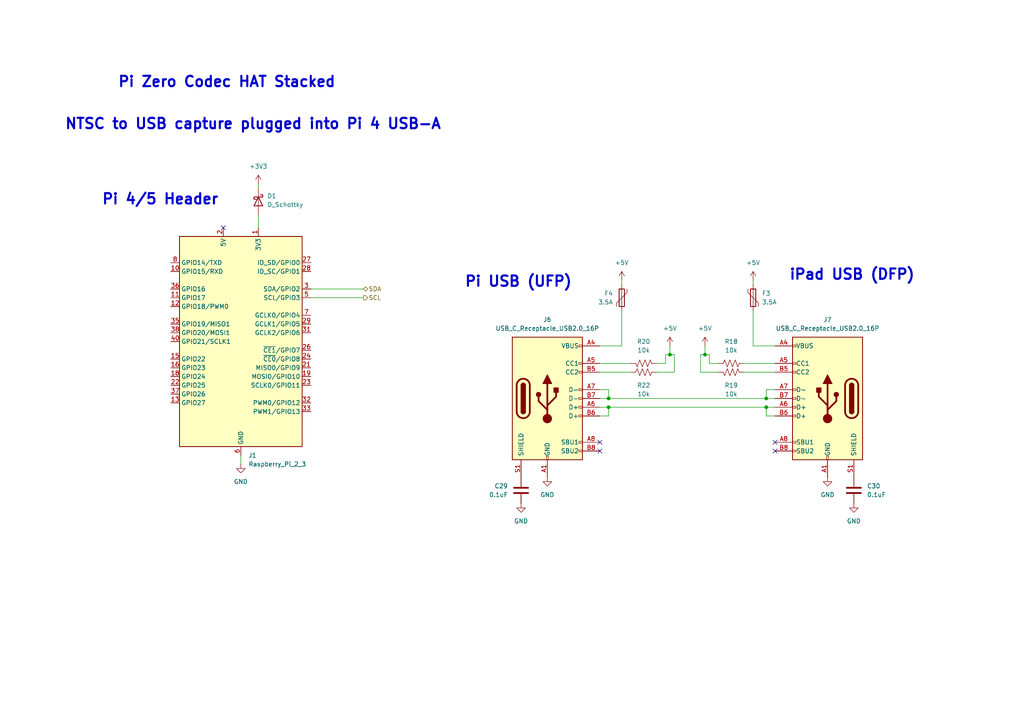
<source format=kicad_sch>
(kicad_sch (version 20231120) (generator "eeschema") (generator_version "8.0")
  (paper "A4")
  (lib_symbols
    (symbol "Connector:Raspberry_Pi_2_3"
      (property "Reference" "J" (at -17.78 31.75 0))
      (property "Value" "Raspberry_Pi_2_3" (at 10.16 -31.75 0))
      (symbol "Raspberry_Pi_2_3_0_1"
        (rectangle (start -17.78 30.48) (end 17.78 -30.48) (stroke (width 0.254)) (fill (type background)))
      )
      (symbol "Raspberry_Pi_2_3_1_1"
        (pin power_in line (at 5.08 33.02 270) (length 2.54) (name "3V3") (number "1"))
        (pin bidirectional line (at -20.32 20.32 0) (length 2.54) (name "GPIO15/RXD") (number "10"))
        (pin bidirectional line (at -20.32 12.7 0) (length 2.54) (name "GPIO17") (number "11"))
        (pin bidirectional line (at -20.32 10.16 0) (length 2.54) (name "GPIO18/PWM0") (number "12"))
        (pin bidirectional line (at -20.32 -17.78 0) (length 2.54) (name "GPIO27") (number "13"))
        (pin passive line (at 0 -33.02 90) (length 2.54) hide (name "GND") (number "14"))
        (pin bidirectional line (at -20.32 -5.08 0) (length 2.54) (name "GPIO22") (number "15"))
        (pin bidirectional line (at -20.32 -7.62 0) (length 2.54) (name "GPIO23") (number "16"))
        (pin passive line (at 5.08 33.02 270) (length 2.54) hide (name "3V3") (number "17"))
        (pin bidirectional line (at -20.32 -10.16 0) (length 2.54) (name "GPIO24") (number "18"))
        (pin bidirectional line (at 20.32 -10.16 180) (length 2.54) (name "MOSI0/GPIO10") (number "19"))
        (pin power_in line (at -5.08 33.02 270) (length 2.54) (name "5V") (number "2"))
        (pin passive line (at 0 -33.02 90) (length 2.54) hide (name "GND") (number "20"))
        (pin bidirectional line (at 20.32 -7.62 180) (length 2.54) (name "MISO0/GPIO9") (number "21"))
        (pin bidirectional line (at -20.32 -12.7 0) (length 2.54) (name "GPIO25") (number "22"))
        (pin bidirectional line (at 20.32 -12.7 180) (length 2.54) (name "SCLK0/GPIO11") (number "23"))
        (pin bidirectional line (at 20.32 -5.08 180) (length 2.54) (name "~{CE0}/GPIO8") (number "24"))
        (pin passive line (at 0 -33.02 90) (length 2.54) hide (name "GND") (number "25"))
        (pin bidirectional line (at 20.32 -2.54 180) (length 2.54) (name "~{CE1}/GPIO7") (number "26"))
        (pin bidirectional line (at 20.32 22.86 180) (length 2.54) (name "ID_SD/GPIO0") (number "27"))
        (pin bidirectional line (at 20.32 20.32 180) (length 2.54) (name "ID_SC/GPIO1") (number "28"))
        (pin bidirectional line (at 20.32 5.08 180) (length 2.54) (name "GCLK1/GPIO5") (number "29"))
        (pin bidirectional line (at 20.32 15.24 180) (length 2.54) (name "SDA/GPIO2") (number "3"))
        (pin passive line (at 0 -33.02 90) (length 2.54) hide (name "GND") (number "30"))
        (pin bidirectional line (at 20.32 2.54 180) (length 2.54) (name "GCLK2/GPIO6") (number "31"))
        (pin bidirectional line (at 20.32 -17.78 180) (length 2.54) (name "PWM0/GPIO12") (number "32"))
        (pin bidirectional line (at 20.32 -20.32 180) (length 2.54) (name "PWM1/GPIO13") (number "33"))
        (pin passive line (at 0 -33.02 90) (length 2.54) hide (name "GND") (number "34"))
        (pin bidirectional line (at -20.32 5.08 0) (length 2.54) (name "GPIO19/MISO1") (number "35"))
        (pin bidirectional line (at -20.32 15.24 0) (length 2.54) (name "GPIO16") (number "36"))
        (pin bidirectional line (at -20.32 -15.24 0) (length 2.54) (name "GPIO26") (number "37"))
        (pin bidirectional line (at -20.32 2.54 0) (length 2.54) (name "GPIO20/MOSI1") (number "38"))
        (pin passive line (at 0 -33.02 90) (length 2.54) hide (name "GND") (number "39"))
        (pin passive line (at -5.08 33.02 270) (length 2.54) hide (name "5V") (number "4"))
        (pin bidirectional line (at -20.32 0 0) (length 2.54) (name "GPIO21/SCLK1") (number "40"))
        (pin bidirectional line (at 20.32 12.7 180) (length 2.54) (name "SCL/GPIO3") (number "5"))
        (pin power_in line (at 0 -33.02 90) (length 2.54) (name "GND") (number "6"))
        (pin bidirectional line (at 20.32 7.62 180) (length 2.54) (name "GCLK0/GPIO4") (number "7"))
        (pin bidirectional line (at -20.32 22.86 0) (length 2.54) (name "GPIO14/TXD") (number "8"))
        (pin passive line (at 0 -33.02 90) (length 2.54) hide (name "GND") (number "9"))
      )
    )
    (symbol "Connector:USB_C_Receptacle_USB2.0_16P" (pin_names (offset 1.016))
      (property "Reference" "J" (at 0 22.225 0))
      (property "Value" "USB_C_Receptacle_USB2.0_16P" (at 0 19.685 0))
      (symbol "USB_C_Receptacle_USB2.0_16P_0_0"
        (rectangle (start -0.254 -17.78) (end 0.254 -16.764))
        (rectangle (start 10.16 -14.986) (end 9.144 -15.494))
        (rectangle (start 10.16 -12.446) (end 9.144 -12.954))
        (rectangle (start 10.16 -4.826) (end 9.144 -5.334))
        (rectangle (start 10.16 -2.286) (end 9.144 -2.794))
        (rectangle (start 10.16 0.254) (end 9.144 -0.254))
        (rectangle (start 10.16 2.794) (end 9.144 2.286))
        (rectangle (start 10.16 7.874) (end 9.144 7.366))
        (rectangle (start 10.16 10.414) (end 9.144 9.906))
        (rectangle (start 10.16 15.494) (end 9.144 14.986))
      )
      (symbol "USB_C_Receptacle_USB2.0_16P_0_1"
        (rectangle (start -10.16 17.78) (end 10.16 -17.78) (stroke (width 0.254)) (fill (type background)))
        (arc (start -8.89 -3.81) (mid -6.985 -5.7067) (end -5.08 -3.81) (stroke (width 0.508)))
        (arc (start -7.62 -3.81) (mid -6.985 -4.4423) (end -6.35 -3.81) (stroke (width 0.254)))
        (arc (start -7.62 -3.81) (mid -6.985 -4.4423) (end -6.35 -3.81) (stroke (width 0.254)) (fill (type outline)))
        (rectangle (start -7.62 -3.81) (end -6.35 3.81) (stroke (width 0.254)) (fill (type outline)))
        (arc (start -6.35 3.81) (mid -6.985 4.4423) (end -7.62 3.81) (stroke (width 0.254)))
        (arc (start -6.35 3.81) (mid -6.985 4.4423) (end -7.62 3.81) (stroke (width 0.254)) (fill (type outline)))
        (arc (start -5.08 3.81) (mid -6.985 5.7067) (end -8.89 3.81) (stroke (width 0.508)))
        (circle (center -2.54 1.143) (radius 0.635) (stroke (width 0.254)) (fill (type outline)))
        (circle (center 0 -5.842) (radius 1.27) (fill (type outline)))
        (polyline (pts (xy -8.89 -3.81) (xy -8.89 3.81)) (stroke (width 0.508)))
        (polyline (pts (xy -5.08 3.81) (xy -5.08 -3.81)) (stroke (width 0.508)))
        (polyline (pts (xy 0 -5.842) (xy 0 4.318)) (stroke (width 0.508)))
        (polyline (pts (xy 0 -3.302) (xy -2.54 -0.762) (xy -2.54 0.508)) (stroke (width 0.508)))
        (polyline (pts (xy 0 -2.032) (xy 2.54 0.508) (xy 2.54 1.778)) (stroke (width 0.508)))
        (polyline (pts (xy -1.27 4.318) (xy 0 6.858) (xy 1.27 4.318) (xy -1.27 4.318)) (stroke (width 0.254)) (fill (type outline)))
        (rectangle (start 1.905 1.778) (end 3.175 3.048) (stroke (width 0.254)) (fill (type outline)))
      )
      (symbol "USB_C_Receptacle_USB2.0_16P_1_1"
        (pin passive line (at 0 -22.86 90) (length 5.08) (name "GND") (number "A1"))
        (pin passive line (at 0 -22.86 90) (length 5.08) hide (name "GND") (number "A12"))
        (pin passive line (at 15.24 15.24 180) (length 5.08) (name "VBUS") (number "A4"))
        (pin bidirectional line (at 15.24 10.16 180) (length 5.08) (name "CC1") (number "A5"))
        (pin bidirectional line (at 15.24 -2.54 180) (length 5.08) (name "D+") (number "A6"))
        (pin bidirectional line (at 15.24 2.54 180) (length 5.08) (name "D-") (number "A7"))
        (pin bidirectional line (at 15.24 -12.7 180) (length 5.08) (name "SBU1") (number "A8"))
        (pin passive line (at 15.24 15.24 180) (length 5.08) hide (name "VBUS") (number "A9"))
        (pin passive line (at 0 -22.86 90) (length 5.08) hide (name "GND") (number "B1"))
        (pin passive line (at 0 -22.86 90) (length 5.08) hide (name "GND") (number "B12"))
        (pin passive line (at 15.24 15.24 180) (length 5.08) hide (name "VBUS") (number "B4"))
        (pin bidirectional line (at 15.24 7.62 180) (length 5.08) (name "CC2") (number "B5"))
        (pin bidirectional line (at 15.24 -5.08 180) (length 5.08) (name "D+") (number "B6"))
        (pin bidirectional line (at 15.24 0 180) (length 5.08) (name "D-") (number "B7"))
        (pin bidirectional line (at 15.24 -15.24 180) (length 5.08) (name "SBU2") (number "B8"))
        (pin passive line (at 15.24 15.24 180) (length 5.08) hide (name "VBUS") (number "B9"))
        (pin passive line (at -7.62 -22.86 90) (length 5.08) (name "SHIELD") (number "S1"))
      )
    )
    (symbol "Device:C" (pin_numbers hide) (pin_names (offset 0.254))
      (property "Reference" "C" (at 0.635 2.54 0))
      (property "Value" "C" (at 0.635 -2.54 0))
      (symbol "C_0_1"
        (polyline (pts (xy -2.032 -0.762) (xy 2.032 -0.762)) (stroke (width 0.508)))
        (polyline (pts (xy -2.032 0.762) (xy 2.032 0.762)) (stroke (width 0.508)))
      )
      (symbol "C_1_1"
        (pin passive line (at 0 3.81 270) (length 2.794) (name "~") (number "1"))
        (pin passive line (at 0 -3.81 90) (length 2.794) (name "~") (number "2"))
      )
    )
    (symbol "Device:D_Schottky" (pin_numbers hide) (pin_names (offset 1.016) hide)
      (property "Reference" "D" (at 0 2.54 0))
      (property "Value" "D_Schottky" (at 0 -2.54 0))
      (symbol "D_Schottky_0_1"
        (polyline (pts (xy 1.27 0) (xy -1.27 0)))
        (polyline (pts (xy 1.27 1.27) (xy 1.27 -1.27) (xy -1.27 0) (xy 1.27 1.27)) (stroke (width 0.254)))
        (polyline (pts (xy -1.905 0.635) (xy -1.905 1.27) (xy -1.27 1.27) (xy -1.27 -1.27) (xy -0.635 -1.27) (xy -0.635 -0.635)) (stroke (width 0.254)))
      )
      (symbol "D_Schottky_1_1"
        (pin passive line (at -3.81 0 0) (length 2.54) (name "K") (number "1"))
        (pin passive line (at 3.81 0 180) (length 2.54) (name "A") (number "2"))
      )
    )
    (symbol "Device:Polyfuse" (pin_numbers hide) (pin_names (offset 0))
      (property "Reference" "F" (at -2.54 0 90))
      (property "Value" "Polyfuse" (at 2.54 0 90))
      (symbol "Polyfuse_0_1"
        (rectangle (start -0.762 2.54) (end 0.762 -2.54) (stroke (width 0.254)))
        (polyline (pts (xy 0 2.54) (xy 0 -2.54)))
        (polyline (pts (xy -1.524 2.54) (xy -1.524 1.524) (xy 1.524 -1.524) (xy 1.524 -2.54)))
      )
      (symbol "Polyfuse_1_1"
        (pin passive line (at 0 3.81 270) (length 1.27) (name "~") (number "1"))
        (pin passive line (at 0 -3.81 90) (length 1.27) (name "~") (number "2"))
      )
    )
    (symbol "Device:R_US" (pin_numbers hide) (pin_names (offset 0))
      (property "Reference" "R" (at 2.54 0 90))
      (property "Value" "R_US" (at -2.54 0 90))
      (symbol "R_US_0_1"
        (polyline (pts (xy 0 -2.286) (xy 0 -2.54)))
        (polyline (pts (xy 0 2.286) (xy 0 2.54)))
        (polyline (pts (xy 0 -0.762) (xy 1.016 -1.143) (xy 0 -1.524) (xy -1.016 -1.905) (xy 0 -2.286)))
        (polyline (pts (xy 0 0.762) (xy 1.016 0.381) (xy 0 0) (xy -1.016 -0.381) (xy 0 -0.762)))
        (polyline (pts (xy 0 2.286) (xy 1.016 1.905) (xy 0 1.524) (xy -1.016 1.143) (xy 0 0.762)))
      )
      (symbol "R_US_1_1"
        (pin passive line (at 0 3.81 270) (length 1.27) (name "~") (number "1"))
        (pin passive line (at 0 -3.81 90) (length 1.27) (name "~") (number "2"))
      )
    )
    (symbol "power:+3V3" (power) (pin_numbers hide) (pin_names (offset 0) hide)
      (property "Value" "+3V3" (at 0 3.556 0))
      (symbol "+3V3_0_1"
        (polyline (pts (xy -0.762 1.27) (xy 0 2.54)))
        (polyline (pts (xy 0 0) (xy 0 2.54)))
        (polyline (pts (xy 0 2.54) (xy 0.762 1.27)))
      )
      (symbol "+3V3_1_1"
        (pin power_in line (at 0 0 90) (length 0) (name "~") (number "1"))
      )
    )
    (symbol "power:+5V" (power) (pin_numbers hide) (pin_names (offset 0) hide)
      (property "Value" "+5V" (at 0 3.556 0))
      (symbol "+5V_0_1"
        (polyline (pts (xy -0.762 1.27) (xy 0 2.54)))
        (polyline (pts (xy 0 0) (xy 0 2.54)))
        (polyline (pts (xy 0 2.54) (xy 0.762 1.27)))
      )
      (symbol "+5V_1_1"
        (pin power_in line (at 0 0 90) (length 0) (name "~") (number "1"))
      )
    )
    (symbol "power:GND" (power) (pin_numbers hide) (pin_names (offset 0) hide)
      (property "Value" "GND" (at 0 -3.81 0))
      (symbol "GND_0_1"
        (polyline (pts (xy 0 0) (xy 0 -1.27) (xy 1.27 -1.27) (xy 0 -2.54) (xy -1.27 -1.27) (xy 0 -1.27)))
      )
      (symbol "GND_1_1"
        (pin power_in line (at 0 0 270) (length 0) (name "~") (number "1"))
      )
    )
  )
  (junction (at 222.25 115.57))
  (junction (at 176.53 118.11))
  (junction (at 204.47 102.87))
  (junction (at 222.25 118.11))
  (junction (at 194.31 102.87))
  (junction (at 176.53 115.57))
  (no_connect (at 173.99 130.81))
  (no_connect (at 173.99 128.27))
  (no_connect (at 224.79 128.27))
  (no_connect (at 224.79 130.81))
  (no_connect (at 64.77 66.04))
  (wire (pts (xy 195.58 102.87) (xy 194.31 102.87)))
  (wire (pts (xy 208.28 107.95) (xy 203.2 107.95)))
  (wire (pts (xy 204.47 100.33) (xy 204.47 102.87)))
  (wire (pts (xy 173.99 120.65) (xy 176.53 120.65)))
  (wire (pts (xy 74.93 53.34) (xy 74.93 54.61)))
  (wire (pts (xy 176.53 120.65) (xy 176.53 118.11)))
  (wire (pts (xy 215.9 105.41) (xy 224.79 105.41)))
  (wire (pts (xy 194.31 102.87) (xy 193.04 102.87)))
  (wire (pts (xy 203.2 102.87) (xy 203.2 107.95)))
  (wire (pts (xy 176.53 113.03) (xy 173.99 113.03)))
  (wire (pts (xy 222.25 115.57) (xy 224.79 115.57)))
  (wire (pts (xy 176.53 118.11) (xy 173.99 118.11)))
  (wire (pts (xy 176.53 113.03) (xy 176.53 115.57)))
  (wire (pts (xy 208.28 105.41) (xy 205.74 105.41)))
  (wire (pts (xy 218.44 90.17) (xy 218.44 100.33)))
  (wire (pts (xy 173.99 100.33) (xy 180.34 100.33)))
  (wire (pts (xy 205.74 102.87) (xy 205.74 105.41)))
  (wire (pts (xy 222.25 120.65) (xy 222.25 118.11)))
  (wire (pts (xy 215.9 107.95) (xy 224.79 107.95)))
  (wire (pts (xy 180.34 81.28) (xy 180.34 82.55)))
  (wire (pts (xy 222.25 113.03) (xy 224.79 113.03)))
  (wire (pts (xy 180.34 90.17) (xy 180.34 100.33)))
  (wire (pts (xy 190.5 105.41) (xy 193.04 105.41)))
  (wire (pts (xy 74.93 62.23) (xy 74.93 66.04)))
  (wire (pts (xy 203.2 102.87) (xy 204.47 102.87)))
  (wire (pts (xy 90.17 83.82) (xy 105.41 83.82)))
  (wire (pts (xy 69.85 132.08) (xy 69.85 134.62)))
  (wire (pts (xy 218.44 81.28) (xy 218.44 82.55)))
  (wire (pts (xy 195.58 102.87) (xy 195.58 107.95)))
  (wire (pts (xy 193.04 102.87) (xy 193.04 105.41)))
  (wire (pts (xy 182.88 107.95) (xy 173.99 107.95)))
  (wire (pts (xy 176.53 115.57) (xy 173.99 115.57)))
  (wire (pts (xy 222.25 118.11) (xy 224.79 118.11)))
  (wire (pts (xy 176.53 115.57) (xy 222.25 115.57)))
  (wire (pts (xy 194.31 100.33) (xy 194.31 102.87)))
  (wire (pts (xy 224.79 100.33) (xy 218.44 100.33)))
  (wire (pts (xy 182.88 105.41) (xy 173.99 105.41)))
  (wire (pts (xy 90.17 86.36) (xy 105.41 86.36)))
  (wire (pts (xy 190.5 107.95) (xy 195.58 107.95)))
  (wire (pts (xy 176.53 118.11) (xy 222.25 118.11)))
  (wire (pts (xy 224.79 120.65) (xy 222.25 120.65)))
  (wire (pts (xy 204.47 102.87) (xy 205.74 102.87)))
  (wire (pts (xy 222.25 113.03) (xy 222.25 115.57)))
  (text "NTSC to USB capture plugged into Pi 4 USB-A" (at 73.406 36.068 0) (effects (font (size 3 3) (thickness 0.6) (bold yes))))
  (text "Pi 4/5 Header" (at 46.482 57.912 0) (effects (font (size 3 3) (thickness 0.6) (bold yes))))
  (text "Pi USB (UFP)" (at 150.368 81.788 0) (effects (font (size 3 3) (thickness 0.6) (bold yes))))
  (text "iPad USB (DFP)" (at 247.142 79.756 0) (effects (font (size 3 3) (thickness 0.6) (bold yes))))
  (text "Pi Zero Codec HAT Stacked" (at 65.786 23.876 0) (effects (font (size 3 3) (thickness 0.6) (bold yes))))
  (hierarchical_label "SCL" (shape output) (at 105.41 86.36 0))
  (hierarchical_label "SDA" (shape bidirectional) (at 105.41 83.82 0))
  (symbol (lib_id "Device:D_Schottky") (at 74.93 58.42 270) (unit 1)
    (property "Reference" "D1" (at 77.47 56.8324 90) (effects (justify left)))
    (property "Value" "D_Schottky" (at 77.47 59.3724 90) (effects (justify left)))
    (property "Description" "Schottky diode" (effects (hide yes)))
  )
  (symbol (lib_id "power:+5V") (at 180.34 81.28 0) (mirror y) (unit 1)
    (property "Reference" "#PWR063" (effects (hide yes)))
    (property "Value" "+5V" (at 180.34 76.2 0))
    (property "Description" "Power symbol creates a global label with name \"+5V\"" (effects (hide yes)))
  )
  (symbol (lib_id "power:+5V") (at 218.44 81.28 0) (unit 1)
    (property "Reference" "#PWR058" (effects (hide yes)))
    (property "Value" "+5V" (at 218.44 76.2 0))
    (property "Description" "Power symbol creates a global label with name \"+5V\"" (effects (hide yes)))
  )
  (symbol (lib_id "Device:R_US") (at 212.09 107.95 270) (mirror x) (unit 1)
    (property "Reference" "R19" (at 212.09 111.76 90))
    (property "Value" "10k" (at 212.09 114.3 90))
    (property "Description" "Resistor, US symbol" (effects (hide yes)))
  )
  (symbol (lib_id "power:GND") (at 69.85 134.62 0) (unit 1)
    (property "Reference" "#PWR060" (effects (hide yes)))
    (property "Value" "GND" (at 69.85 139.7 0))
    (property "Description" "Power symbol creates a global label with name \"GND\" , ground" (effects (hide yes)))
  )
  (symbol (lib_id "Device:C") (at 151.13 142.24 0) (mirror y) (unit 1)
    (property "Reference" "C29" (at 147.32 140.9699 0) (effects (justify left)))
    (property "Value" "0.1uF" (at 147.32 143.5099 0) (effects (justify left)))
    (property "Description" "Unpolarized capacitor" (effects (hide yes)))
  )
  (symbol (lib_id "Device:R_US") (at 186.69 107.95 90) (unit 1)
    (property "Reference" "R22" (at 186.69 111.76 90))
    (property "Value" "10k" (at 186.69 114.3 90))
    (property "Description" "Resistor, US symbol" (effects (hide yes)))
  )
  (symbol (lib_id "power:+5V") (at 204.47 100.33 0) (unit 1)
    (property "Reference" "#PWR062" (effects (hide yes)))
    (property "Value" "+5V" (at 204.47 95.25 0))
    (property "Description" "Power symbol creates a global label with name \"+5V\"" (effects (hide yes)))
  )
  (symbol (lib_id "power:+5V") (at 194.31 100.33 0) (mirror y) (unit 1)
    (property "Reference" "#PWR061" (effects (hide yes)))
    (property "Value" "+5V" (at 194.31 95.25 0))
    (property "Description" "Power symbol creates a global label with name \"+5V\"" (effects (hide yes)))
  )
  (symbol (lib_id "Connector:Raspberry_Pi_2_3") (at 69.85 99.06 0) (unit 1)
    (property "Reference" "J1" (at 72.0441 132.08 0) (effects (justify left)))
    (property "Value" "Raspberry_Pi_2_3" (at 72.0441 134.62 0) (effects (justify left)))
    (property "Datasheet" "https://www.raspberrypi.org/documentation/hardware/raspberrypi/schematics/rpi_SCH_3bplus_1p0_reduced.pdf" (effects (hide yes)))
    (property "Description" "expansion header for Raspberry Pi 2 & 3" (effects (hide yes)))
  )
  (symbol (lib_id "Device:R_US") (at 212.09 105.41 90) (unit 1)
    (property "Reference" "R18" (at 212.09 99.06 90))
    (property "Value" "10k" (at 212.09 101.6 90))
    (property "Description" "Resistor, US symbol" (effects (hide yes)))
  )
  (symbol (lib_id "Device:R_US") (at 186.69 105.41 270) (mirror x) (unit 1)
    (property "Reference" "R20" (at 186.69 99.06 90))
    (property "Value" "10k" (at 186.69 101.6 90))
    (property "Description" "Resistor, US symbol" (effects (hide yes)))
  )
  (symbol (lib_id "Connector:USB_C_Receptacle_USB2.0_16P") (at 158.75 115.57 0) (unit 1)
    (property "Reference" "J6" (at 158.75 92.71 0))
    (property "Value" "USB_C_Receptacle_USB2.0_16P" (at 158.75 95.25 0))
    (property "Footprint" "Connector_USB:USB_C_Receptacle_JAE_DX07S016JA1R1500" (effects (hide yes)))
    (property "Datasheet" "https://www.usb.org/sites/default/files/documents/usb_type-c.zip" (effects (hide yes)))
    (property "Description" "USB 2.0-only 16P Type-C Receptacle connector" (effects (hide yes)))
  )
  (symbol (lib_id "power:+3V3") (at 74.93 53.34 0) (unit 1)
    (property "Reference" "#PWR059" (effects (hide yes)))
    (property "Value" "+3V3" (at 74.93 48.26 0))
    (property "Description" "Power symbol creates a global label with name \"+3V3\"" (effects (hide yes)))
  )
  (symbol (lib_id "power:GND") (at 158.75 138.43 0) (mirror y) (unit 1)
    (property "Reference" "#PWR065" (effects (hide yes)))
    (property "Value" "GND" (at 158.75 143.51 0))
    (property "Description" "Power symbol creates a global label with name \"GND\" , ground" (effects (hide yes)))
  )
  (symbol (lib_id "Connector:USB_C_Receptacle_USB2.0_16P") (at 240.03 115.57 0) (mirror y) (unit 1)
    (property "Reference" "J7" (at 240.03 92.71 0))
    (property "Value" "USB_C_Receptacle_USB2.0_16P" (at 240.03 95.25 0))
    (property "Footprint" "Connector_USB:USB_C_Receptacle_JAE_DX07S016JA1R1500" (effects (hide yes)))
    (property "Datasheet" "https://www.usb.org/sites/default/files/documents/usb_type-c.zip" (effects (hide yes)))
    (property "Description" "USB 2.0-only 16P Type-C Receptacle connector" (effects (hide yes)))
  )
  (symbol (lib_id "Device:Polyfuse") (at 180.34 86.36 0) (mirror y) (unit 1)
    (property "Reference" "F4" (at 177.8 85.0899 0) (effects (justify left)))
    (property "Value" "3.5A" (at 177.8 87.6299 0) (effects (justify left)))
    (property "Description" "Resettable fuse, polymeric positive temperature coefficient" (effects (hide yes)))
  )
  (symbol (lib_id "Device:Polyfuse") (at 218.44 86.36 0) (unit 1)
    (property "Reference" "F3" (at 220.98 85.0899 0) (effects (justify left)))
    (property "Value" "3.5A" (at 220.98 87.6299 0) (effects (justify left)))
    (property "Description" "Resettable fuse, polymeric positive temperature coefficient" (effects (hide yes)))
  )
  (symbol (lib_id "power:GND") (at 247.65 146.05 0) (unit 1)
    (property "Reference" "#PWR066" (effects (hide yes)))
    (property "Value" "GND" (at 247.65 151.13 0))
    (property "Description" "Power symbol creates a global label with name \"GND\" , ground" (effects (hide yes)))
  )
  (symbol (lib_id "power:GND") (at 240.03 138.43 0) (unit 1)
    (property "Reference" "#PWR064" (effects (hide yes)))
    (property "Value" "GND" (at 240.03 143.51 0))
    (property "Description" "Power symbol creates a global label with name \"GND\" , ground" (effects (hide yes)))
  )
  (symbol (lib_id "power:GND") (at 151.13 146.05 0) (mirror y) (unit 1)
    (property "Reference" "#PWR068" (effects (hide yes)))
    (property "Value" "GND" (at 151.13 151.13 0))
    (property "Description" "Power symbol creates a global label with name \"GND\" , ground" (effects (hide yes)))
  )
  (symbol (lib_id "Device:C") (at 247.65 142.24 0) (unit 1)
    (property "Reference" "C30" (at 251.46 140.9699 0) (effects (justify left)))
    (property "Value" "0.1uF" (at 251.46 143.5099 0) (effects (justify left)))
    (property "Description" "Unpolarized capacitor" (effects (hide yes)))
  )
)
</source>
